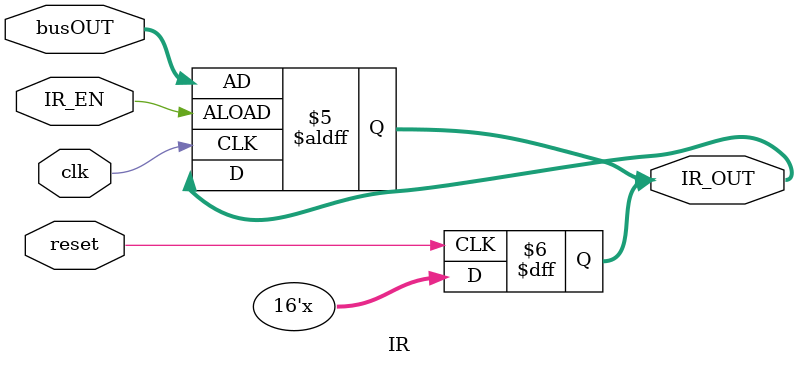
<source format=v>

module IR(
	input [15:0] busOUT,
	input IR_EN,reset,clk,
	output reg [15:0] IR_OUT
	   );
always @(posedge reset) 
begin
 if(reset == 1'b1)
  IR_OUT <= 16'bzzzzzzzzzzzzzzzz; 
end 

always @(posedge IR_EN or posedge clk) 
begin
if (IR_EN == 1)
  IR_OUT <= busOUT; 
end 

endmodule

</source>
